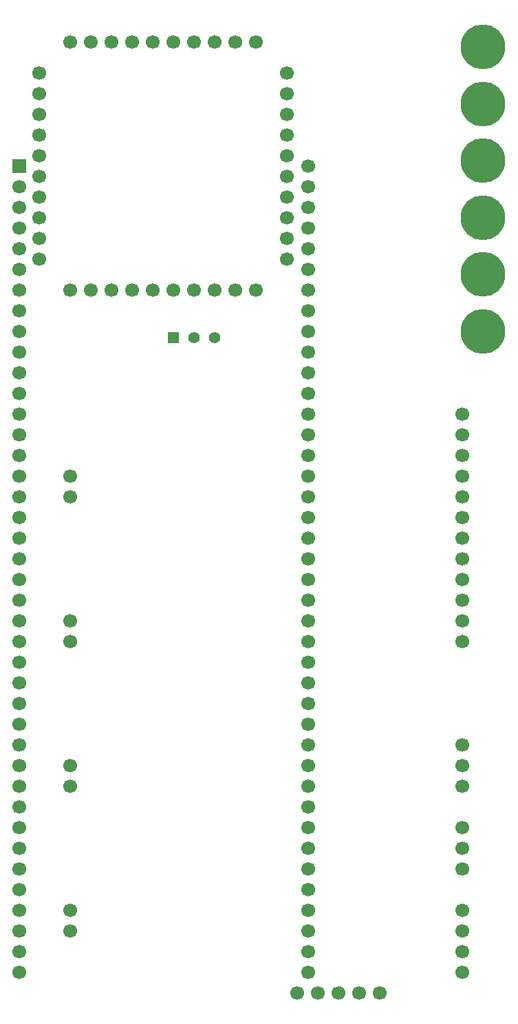
<source format=gbs>
G04 #@! TF.GenerationSoftware,KiCad,Pcbnew,(6.0.9)*
G04 #@! TF.CreationDate,2023-07-15T07:21:25-07:00*
G04 #@! TF.ProjectId,canbuz-1977-vw-bus-ecu,63616e62-757a-42d3-9139-37372d76772d,rev?*
G04 #@! TF.SameCoordinates,Original*
G04 #@! TF.FileFunction,Soldermask,Bot*
G04 #@! TF.FilePolarity,Negative*
%FSLAX46Y46*%
G04 Gerber Fmt 4.6, Leading zero omitted, Abs format (unit mm)*
G04 Created by KiCad (PCBNEW (6.0.9)) date 2023-07-15 07:21:25*
%MOMM*%
%LPD*%
G01*
G04 APERTURE LIST*
%ADD10R,1.700000X1.700000*%
%ADD11C,1.700000*%
%ADD12C,5.500000*%
%ADD13R,1.410000X1.410000*%
%ADD14C,1.410000*%
G04 APERTURE END LIST*
D10*
X39420000Y-58420000D03*
D11*
X39420000Y-60960000D03*
X39420000Y-63500000D03*
X39420000Y-66040000D03*
X39420000Y-68580000D03*
X39420000Y-71120000D03*
X39420000Y-73660000D03*
X39420000Y-76200000D03*
X39420000Y-78740000D03*
X39420000Y-81280000D03*
X39420000Y-83820000D03*
X39420000Y-86360000D03*
X39420000Y-88900000D03*
X39420000Y-91440000D03*
X39420000Y-93980000D03*
X39420000Y-96520000D03*
X39420000Y-99060000D03*
X39420000Y-101600000D03*
X39420000Y-104140000D03*
X39420000Y-106680000D03*
X39420000Y-109220000D03*
X39420000Y-111760000D03*
X39420000Y-114300000D03*
X39420000Y-116840000D03*
X39420000Y-119380000D03*
X39420000Y-121920000D03*
X39420000Y-124460000D03*
X39420000Y-127000000D03*
X39420000Y-129540000D03*
X39420000Y-132080000D03*
X39420000Y-134620000D03*
X39420000Y-137160000D03*
X39420000Y-139700000D03*
X39420000Y-142240000D03*
X39420000Y-147320000D03*
X39420000Y-144780000D03*
X39420000Y-149860000D03*
X39420000Y-152400000D03*
X39420000Y-154940000D03*
X39420000Y-157480000D03*
X74980000Y-157480000D03*
X74980000Y-154940000D03*
X74980000Y-152400000D03*
X74980000Y-149860000D03*
X74980000Y-147320000D03*
X74980000Y-144780000D03*
X74980000Y-142240000D03*
X74980000Y-139700000D03*
X74980000Y-137160000D03*
X74980000Y-134620000D03*
X74980000Y-132080000D03*
X74980000Y-129540000D03*
X74980000Y-127000000D03*
X74980000Y-124460000D03*
X74980000Y-121920000D03*
X74980000Y-119380000D03*
X74980000Y-116840000D03*
X74980000Y-114300000D03*
X74980000Y-111760000D03*
X74980000Y-109220000D03*
X74980000Y-106680000D03*
X74980000Y-104140000D03*
X74980000Y-101600000D03*
X74980000Y-99060000D03*
X74980000Y-96520000D03*
X74980000Y-93980000D03*
X74980000Y-91440000D03*
X74980000Y-88900000D03*
X74980000Y-86360000D03*
X74980000Y-83820000D03*
X74980000Y-81280000D03*
X74980000Y-78740000D03*
X74980000Y-76200000D03*
X74980000Y-73660000D03*
X74980000Y-71120000D03*
X74980000Y-68580000D03*
X74980000Y-66040000D03*
X74980000Y-63500000D03*
X74980000Y-60960000D03*
X74980000Y-58420000D03*
D12*
X96520000Y-71755000D03*
D11*
X93980000Y-88900000D03*
X93980000Y-91440000D03*
X93980000Y-93980000D03*
X93980000Y-96520000D03*
X93980000Y-99060000D03*
X93980000Y-101600000D03*
X93980000Y-104140000D03*
X93980000Y-106680000D03*
X93980000Y-109220000D03*
X93980000Y-111760000D03*
X93980000Y-114300000D03*
X93980000Y-116840000D03*
X93980000Y-129540000D03*
X93980000Y-132080000D03*
X93980000Y-134620000D03*
X93980000Y-139700000D03*
X93980000Y-142240000D03*
X93980000Y-144780000D03*
X93980000Y-149860000D03*
X93980000Y-152400000D03*
X93980000Y-154940000D03*
X93980000Y-157480000D03*
X83820000Y-160020000D03*
X81280000Y-160020000D03*
X78740000Y-160020000D03*
X76200000Y-160020000D03*
X73660000Y-160020000D03*
X45720000Y-152400000D03*
X45720000Y-149860000D03*
X45720000Y-134620000D03*
X45720000Y-132080000D03*
X45720000Y-116840000D03*
X45720000Y-114300000D03*
X45720000Y-99060000D03*
X45720000Y-96520000D03*
D12*
X96520000Y-57785000D03*
X96520000Y-78740000D03*
X96520000Y-64770000D03*
D11*
X41910000Y-69850000D03*
X41910000Y-67310000D03*
X41910000Y-64770000D03*
X41910000Y-62230000D03*
X41910000Y-59690000D03*
X41910000Y-57150000D03*
X41910000Y-54610000D03*
X41910000Y-52070000D03*
X41910000Y-49530000D03*
X41910000Y-46990000D03*
X45720000Y-43180000D03*
X48260000Y-43180000D03*
X50800000Y-43180000D03*
X53340000Y-43180000D03*
X55880000Y-43180000D03*
X58420000Y-43180000D03*
X60960000Y-43180000D03*
X63500000Y-43180000D03*
X66040000Y-43180000D03*
X68580000Y-43180000D03*
X72390000Y-46990000D03*
X72390000Y-49530000D03*
X72390000Y-52070000D03*
X72390000Y-54610000D03*
X72390000Y-57150000D03*
X72390000Y-59690000D03*
X72390000Y-62230000D03*
X72390000Y-64770000D03*
X72390000Y-67310000D03*
X72390000Y-69850000D03*
X68580000Y-73660000D03*
X66040000Y-73660000D03*
X63500000Y-73660000D03*
X60960000Y-73660000D03*
X58420000Y-73660000D03*
X55880000Y-73660000D03*
X53340000Y-73660000D03*
X50800000Y-73660000D03*
X48260000Y-73660000D03*
X45720000Y-73660000D03*
D12*
X96520000Y-50800000D03*
D13*
X58420000Y-79572500D03*
D14*
X60960000Y-79572500D03*
X63500000Y-79572500D03*
D12*
X96520000Y-43815000D03*
M02*

</source>
